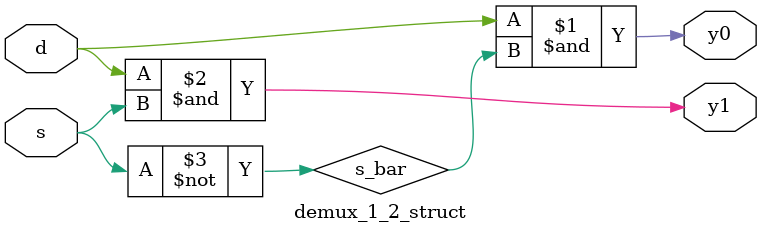
<source format=v>
module demux_1_2_struct (
input d,
input s,
output y0, y1
);
wire s_bar;
// NOT gate
not (s_bar, s);
// AND gates
and (y0, d, s_bar);  // s = 0 ? y0 = d
and (y1, d, s);      // s = 1 ? y1 = d
endmodule

</source>
